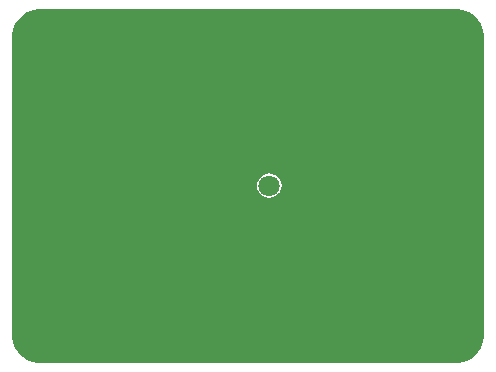
<source format=gbr>
G04*
G04 #@! TF.GenerationSoftware,Altium Limited,Altium Designer,24.9.1 (31)*
G04*
G04 Layer_Physical_Order=3*
G04 Layer_Color=16440176*
%FSLAX25Y25*%
%MOIN*%
G70*
G04*
G04 #@! TF.SameCoordinates,21B9ACB0-0D47-4127-AC64-11D31CE697AE*
G04*
G04*
G04 #@! TF.FilePolarity,Positive*
G04*
G01*
G75*
%ADD41C,0.01575*%
%ADD45C,0.07087*%
%ADD46C,0.21654*%
%ADD47C,0.01772*%
G36*
X187008Y118110D02*
X187977D01*
X189879Y117732D01*
X191670Y116990D01*
X193282Y115913D01*
X194653Y114542D01*
X195730Y112930D01*
X196472Y111139D01*
X196850Y109237D01*
X196850Y108268D01*
X196850Y108268D01*
X196850Y108268D01*
X196850Y9843D01*
X196850Y8873D01*
X196472Y6972D01*
X195730Y5180D01*
X194653Y3568D01*
X193282Y2197D01*
X191670Y1120D01*
X189879Y378D01*
X187977Y0D01*
X187008Y0D01*
X187008Y0D01*
X187008Y0D01*
X48243D01*
X46342Y378D01*
X44550Y1120D01*
X42938Y2197D01*
X41567Y3568D01*
X40490Y5180D01*
X39748Y6972D01*
X39370Y8873D01*
Y9843D01*
Y108268D01*
Y109237D01*
X39748Y111139D01*
X40490Y112930D01*
X41567Y114542D01*
X42938Y115913D01*
X44550Y116990D01*
X46342Y117732D01*
X48243Y118110D01*
X49213D01*
Y118110D01*
X187008Y118110D01*
D02*
G37*
%LPC*%
G36*
X125197Y63240D02*
X124141Y63101D01*
X123158Y62693D01*
X122313Y62045D01*
X121665Y61200D01*
X121258Y60217D01*
X121119Y59161D01*
X121258Y58106D01*
X121665Y57122D01*
X122313Y56278D01*
X123158Y55630D01*
X124141Y55222D01*
X125197Y55083D01*
X126252Y55222D01*
X127236Y55630D01*
X128081Y56278D01*
X128729Y57122D01*
X129136Y58106D01*
X129275Y59161D01*
X129136Y60217D01*
X128729Y61200D01*
X128081Y62045D01*
X127236Y62693D01*
X126252Y63101D01*
X125197Y63240D01*
D02*
G37*
%LPD*%
D41*
X169747Y88000D02*
D03*
X169669Y85426D02*
D03*
X179209Y84528D02*
D03*
X181755Y84144D02*
D03*
X183931Y82768D02*
D03*
X185318Y80599D02*
D03*
X185709Y78054D02*
D03*
Y75479D02*
D03*
Y72904D02*
D03*
Y70329D02*
D03*
Y67755D02*
D03*
X185411Y65197D02*
D03*
X184133Y62962D02*
D03*
X182048Y61452D02*
D03*
X179520Y60960D02*
D03*
X176945D02*
D03*
X174371D02*
D03*
X171796D02*
D03*
X169221D02*
D03*
X166646D02*
D03*
X164072D02*
D03*
X161497D02*
D03*
X158922D02*
D03*
X156347D02*
D03*
X153772D02*
D03*
X151198D02*
D03*
X148755Y61773D02*
D03*
X146226Y61288D02*
D03*
X143683Y61695D02*
D03*
X141109Y61693D02*
D03*
X138534Y61695D02*
D03*
X135959Y61716D02*
D03*
X133385Y61773D02*
D03*
X130942Y60960D02*
D03*
X128819Y62417D02*
D03*
X126655Y63813D02*
D03*
X124083Y63909D02*
D03*
X121823Y62675D02*
D03*
X120507Y60462D02*
D03*
X120502Y57887D02*
D03*
X121806Y55667D02*
D03*
X124060Y54422D02*
D03*
X126633Y54500D02*
D03*
X128804Y55885D02*
D03*
X130913Y57363D02*
D03*
X138505Y56628D02*
D03*
X141079D02*
D03*
X143654D02*
D03*
X151146Y57363D02*
D03*
X153721D02*
D03*
X156296D02*
D03*
X158871D02*
D03*
X161445D02*
D03*
X164020D02*
D03*
X166595D02*
D03*
X169170D02*
D03*
X171745D02*
D03*
X174319D02*
D03*
X176894D02*
D03*
X179469D02*
D03*
X182023Y57691D02*
D03*
X184408Y58661D02*
D03*
X186465Y60209D02*
D03*
X188012Y62268D02*
D03*
X188981Y64653D02*
D03*
X189307Y67207D02*
D03*
Y69782D02*
D03*
Y72357D02*
D03*
Y74932D02*
D03*
Y77507D02*
D03*
X189156Y80077D02*
D03*
X188379Y82532D02*
D03*
X186978Y84692D02*
D03*
X185084Y86437D02*
D03*
X182773Y87570D02*
D03*
X180248Y88075D02*
D03*
X112636Y83742D02*
D03*
X110061Y83690D02*
D03*
X107487Y83742D02*
D03*
X97393Y82794D02*
D03*
X97333Y80220D02*
D03*
X107070Y78702D02*
D03*
X109644Y78676D02*
D03*
X112219D02*
D03*
X114778Y78965D02*
D03*
X117326Y78597D02*
D03*
X119769Y79410D02*
D03*
X122326Y79109D02*
D03*
X124899Y79208D02*
D03*
X125712Y81651D02*
D03*
X83866Y83742D02*
D03*
X81292Y83677D02*
D03*
X78718Y83742D02*
D03*
X71069Y83007D02*
D03*
X68513Y82690D02*
D03*
X66126Y81727D02*
D03*
X64060Y80190D02*
D03*
X62507Y78136D02*
D03*
X61531Y75754D02*
D03*
X61193Y73201D02*
D03*
Y70626D02*
D03*
Y68051D02*
D03*
X61014Y65483D02*
D03*
X59878Y63173D02*
D03*
X57889Y61537D02*
D03*
X55404Y60866D02*
D03*
X53973Y63006D02*
D03*
X51417Y63320D02*
D03*
X48842D02*
D03*
X46268D02*
D03*
X43693D02*
D03*
X41118D02*
D03*
X40833Y54790D02*
D03*
X43408D02*
D03*
X45983D02*
D03*
X48558D02*
D03*
X51133D02*
D03*
X53704Y54924D02*
D03*
X54795Y57256D02*
D03*
X57355Y57538D02*
D03*
X59751Y58480D02*
D03*
X61842Y59982D02*
D03*
X63419Y62018D02*
D03*
X64417Y64391D02*
D03*
X64792Y66938D02*
D03*
X64791Y69513D02*
D03*
Y72088D02*
D03*
X64933Y74659D02*
D03*
X66024Y76991D02*
D03*
X67980Y78666D02*
D03*
X70452Y79386D02*
D03*
X72979Y78892D02*
D03*
X75554D02*
D03*
X78123Y78724D02*
D03*
X80698Y78676D02*
D03*
X83272D02*
D03*
X94249Y81257D02*
D03*
X137695Y89076D02*
D03*
X135238Y88306D02*
D03*
X132666Y88427D02*
D03*
X130091D02*
D03*
X128598Y86329D02*
D03*
X135232Y84357D02*
D03*
X137686Y83577D02*
D03*
X140260D02*
D03*
X142820Y83854D02*
D03*
X150541Y83794D02*
D03*
X153115D02*
D03*
X155690D02*
D03*
X166585Y86457D02*
D03*
X157958Y88403D02*
D03*
X155424Y88860D02*
D03*
X152849D02*
D03*
X150275Y88809D02*
D03*
X147703Y88939D02*
D03*
X145129Y88878D02*
D03*
X142556Y88977D02*
D03*
D45*
X125197Y59161D02*
D03*
D46*
X183071Y104331D02*
D03*
X53150Y13780D02*
D03*
X183071D02*
D03*
X53150Y104331D02*
D03*
D47*
X194882Y94488D02*
D03*
Y70866D02*
D03*
X188976Y59055D02*
D03*
X194882Y47244D02*
D03*
X188976Y35433D02*
D03*
X194882Y23622D02*
D03*
X183071Y70866D02*
D03*
Y47244D02*
D03*
X177165Y35433D02*
D03*
X165354Y106299D02*
D03*
X171260Y94488D02*
D03*
Y70866D02*
D03*
Y47244D02*
D03*
X165354Y35433D02*
D03*
X171260Y23622D02*
D03*
X165354Y11811D02*
D03*
X153543Y106299D02*
D03*
X159449Y94488D02*
D03*
Y70866D02*
D03*
Y47244D02*
D03*
X153543Y35433D02*
D03*
X159449Y23622D02*
D03*
X153543Y11811D02*
D03*
X141732Y106299D02*
D03*
X147638Y94488D02*
D03*
Y70866D02*
D03*
Y47244D02*
D03*
X141732Y35433D02*
D03*
X147638Y23622D02*
D03*
X141732Y11811D02*
D03*
X135827Y94488D02*
D03*
Y70866D02*
D03*
Y47244D02*
D03*
X129921Y35433D02*
D03*
X135827Y23622D02*
D03*
X129921Y11811D02*
D03*
X124016Y70866D02*
D03*
X118110Y59055D02*
D03*
X124016Y47244D02*
D03*
X118110Y35433D02*
D03*
X124016Y23622D02*
D03*
X118110Y11811D02*
D03*
X112205Y94488D02*
D03*
Y70866D02*
D03*
X106299Y59055D02*
D03*
X112205Y47244D02*
D03*
X106299Y35433D02*
D03*
X112205Y23622D02*
D03*
X106299Y11811D02*
D03*
X100394Y94488D02*
D03*
Y70866D02*
D03*
X94488Y59055D02*
D03*
X100394Y47244D02*
D03*
X94488Y35433D02*
D03*
X100394Y23622D02*
D03*
X94488Y11811D02*
D03*
X82677Y106299D02*
D03*
X88583Y94488D02*
D03*
Y70866D02*
D03*
X82677Y59055D02*
D03*
X88583Y47244D02*
D03*
X82677Y35433D02*
D03*
X88583Y23622D02*
D03*
X82677Y11811D02*
D03*
X70866Y106299D02*
D03*
X76772Y70866D02*
D03*
X70866Y59055D02*
D03*
X76772Y47244D02*
D03*
X70866Y35433D02*
D03*
X76772Y23622D02*
D03*
X70866Y11811D02*
D03*
X64961Y94488D02*
D03*
X59055Y82677D02*
D03*
X64961Y47244D02*
D03*
X59055Y35433D02*
D03*
X64961Y23622D02*
D03*
X47244Y82677D02*
D03*
Y35433D02*
D03*
M02*

</source>
